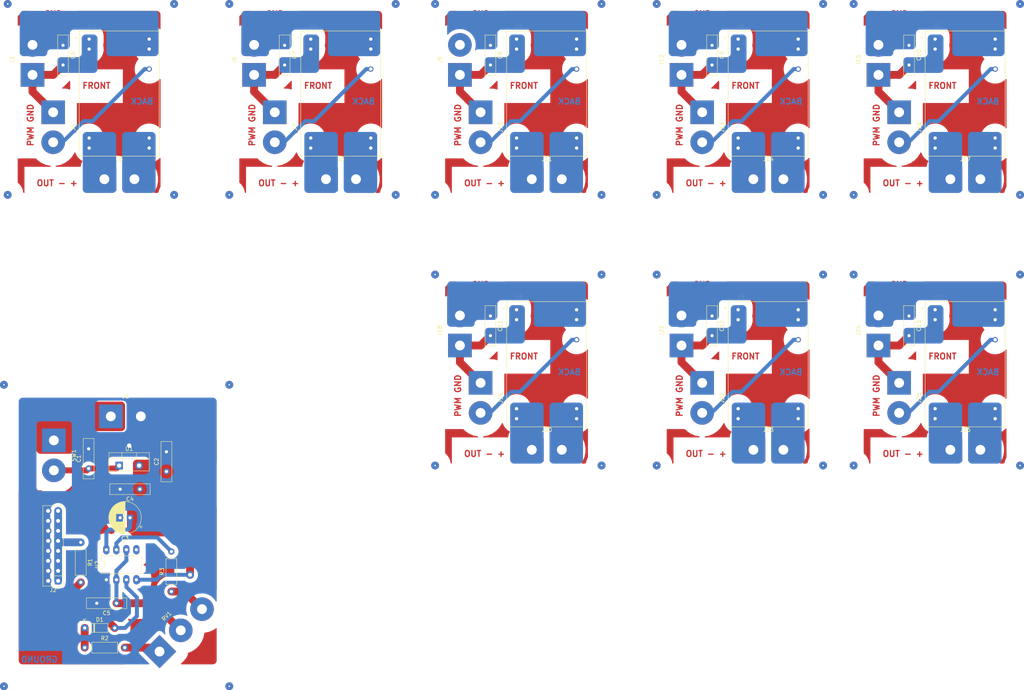
<source format=kicad_pcb>
(kicad_pcb (version 20171130) (host pcbnew 5.1.5-1.fc30)
  (layers (0 F.Cu signal) (31 B.Cu signal) (34 B.Paste user) (35 F.Paste user) (36 B.SilkS user) (37 F.SilkS user) (38 B.Mask user) (39 F.Mask user) (44 Edge.Cuts user))
  (net 0 "")
  (net 1 GND)
  (net 2 "Net-(C1-Pad1)")
  (net 3 +5V)
  (net 4 /PWM_tr)
  (net 5 "Net-(C6-Pad2)")
  (net 6 "Net-(C6-Pad1)")
  (net 7 "Net-(C7-Pad2)")
  (net 8 "Net-(C7-Pad1)")
  (net 9 "Net-(D1-Pad2)")
  (net 10 "Net-(D1-Pad1)")
  (net 11 +12V)
  (net 12 /pwm_out)
  (net 13 "Net-(J4-Pad2)")
  (net 14 "Net-(J5-Pad2)")
  (net 15 "Net-(J5-Pad1)")
  (net 16 "Net-(J7-Pad2)")
  (net 17 "Net-(J8-Pad2)")
  (net 18 "Net-(J8-Pad1)")
  (net 19 "Net-(R2-Pad2)")
  (net 20 /PWM_disch)
  (net 21 "Net-(R3-Pad1)")
  (net 22 "Net-(C8-Pad2)")
  (net 23 "Net-(C8-Pad1)")
  (net 24 "Net-(C9-Pad2)")
  (net 25 "Net-(C9-Pad1)")
  (net 26 "Net-(C10-Pad2)")
  (net 27 "Net-(C10-Pad1)")
  (net 28 "Net-(C11-Pad2)")
  (net 29 "Net-(C11-Pad1)")
  (net 30 "Net-(C12-Pad2)")
  (net 31 "Net-(C12-Pad1)")
  (net 32 "Net-(C13-Pad2)")
  (net 33 "Net-(C13-Pad1)")
  (net 34 "Net-(J10-Pad2)")
  (net 35 "Net-(J11-Pad2)")
  (net 36 "Net-(J11-Pad1)")
  (net 37 "Net-(J13-Pad2)")
  (net 38 "Net-(J14-Pad2)")
  (net 39 "Net-(J14-Pad1)")
  (net 40 "Net-(J16-Pad2)")
  (net 41 "Net-(J17-Pad2)")
  (net 42 "Net-(J17-Pad1)")
  (net 43 "Net-(J19-Pad2)")
  (net 44 "Net-(J20-Pad2)")
  (net 45 "Net-(J20-Pad1)")
  (net 46 "Net-(J22-Pad2)")
  (net 47 "Net-(J23-Pad2)")
  (net 48 "Net-(J23-Pad1)")
  (net 49 "Net-(J25-Pad2)")
  (net 50 "Net-(J26-Pad2)")
  (net 51 "Net-(J26-Pad1)")
  (module Capacitor_THT:C_Disc_D10.0mm_W2.5mm_P5.00mm (layer F.Cu) (at 251.75 96.25 270)
    (fp_text reference C13 (at 2.5 -2.5 90) (layer F.SilkS))
    (fp_text value 1u)
    (pad 2 thru_hole circle (at 5 0 270) (size 1.6 1.6) (drill 0.8) (layers *.Cu *.Mask) (net 32 "Net-(C13-Pad2)"))
    (pad 1 thru_hole circle (at 0 0 270) (size 1.6 1.6) (drill 0.8) (layers *.Cu *.Mask) (net 33 "Net-(C13-Pad1)"))
  )
  (module Capacitor_THT:C_Disc_D10.0mm_W2.5mm_P5.00mm (layer F.Cu) (at 145.5 96.25 270)
    (fp_text reference C11 (at 2.5 -2.5 90) (layer F.SilkS))
    (fp_text value 1u)
    (pad 2 thru_hole circle (at 5 0 270) (size 1.6 1.6) (drill 0.8) (layers *.Cu *.Mask) (net 28 "Net-(C11-Pad2)"))
    (pad 1 thru_hole circle (at 0 0 270) (size 1.6 1.6) (drill 0.8) (layers *.Cu *.Mask) (net 29 "Net-(C11-Pad1)"))
  )
  (module Connector_Wire:SolderWirePad_1x02_P7.62mm_Drill2.5mm (layer F.Cu) (at 143 113.25 270)
    (fp_text reference J19 (at 3.81 -5.08 90) (layer F.SilkS))
    (fp_text value Conn_01x02_Female)
    (pad 2 thru_hole circle (at 7.62 0 270) (size 5.99948 5.99948) (drill 2.49936) (layers *.Cu *.Mask) (net 43 "Net-(J19-Pad2)"))
    (pad 1 thru_hole rect (at 0 0 270) (size 5.99948 5.99948) (drill 2.49936) (layers *.Cu *.Mask) (net 28 "Net-(C11-Pad2)"))
  )
  (module Connector_Wire:SolderWirePad_1x02_P7.62mm_Drill2.5mm (layer F.Cu) (at 244 103.75 90)
    (fp_text reference J24 (at 3.81 -5.08 90) (layer F.SilkS))
    (fp_text value Conn_01x02_Female)
    (pad 2 thru_hole circle (at 7.62 0 90) (size 5.99948 5.99948) (drill 2.49936) (layers *.Cu *.Mask) (net 33 "Net-(C13-Pad1)"))
    (pad 1 thru_hole rect (at 0 0 90) (size 5.99948 5.99948) (drill 2.49936) (layers *.Cu *.Mask) (net 32 "Net-(C13-Pad2)"))
  )
  (module Connector_Wire:SolderWirePad_1x02_P7.62mm_Drill2.5mm (layer F.Cu) (at 194 103.75 90)
    (fp_text reference J21 (at 3.81 -5.08 90) (layer F.SilkS))
    (fp_text value Conn_01x02_Female)
    (pad 1 thru_hole rect (at 0 0 90) (size 5.99948 5.99948) (drill 2.49936) (layers *.Cu *.Mask) (net 30 "Net-(C12-Pad2)"))
    (pad 2 thru_hole circle (at 7.62 0 90) (size 5.99948 5.99948) (drill 2.49936) (layers *.Cu *.Mask) (net 31 "Net-(C12-Pad1)"))
  )
  (module Connector_Wire:SolderWirePad_1x02_P7.62mm_Drill2.5mm (layer F.Cu) (at 199.25 113.25 270)
    (fp_text reference J22 (at 3.81 -5.08 90) (layer F.SilkS))
    (fp_text value Conn_01x02_Female)
    (pad 1 thru_hole rect (at 0 0 270) (size 5.99948 5.99948) (drill 2.49936) (layers *.Cu *.Mask) (net 30 "Net-(C12-Pad2)"))
    (pad 2 thru_hole circle (at 7.62 0 270) (size 5.99948 5.99948) (drill 2.49936) (layers *.Cu *.Mask) (net 46 "Net-(J22-Pad2)"))
  )
  (module Connector_Wire:SolderWirePad_1x02_P7.62mm_Drill2.5mm (layer F.Cu) (at 156 130.25)
    (fp_text reference J20 (at 3.81 -5.08) (layer F.SilkS))
    (fp_text value Conn_01x02_Male)
    (pad 2 thru_hole circle (at 7.62 0) (size 5.99948 5.99948) (drill 2.49936) (layers *.Cu *.Mask) (net 44 "Net-(J20-Pad2)"))
    (pad 1 thru_hole rect (at 0 0) (size 5.99948 5.99948) (drill 2.49936) (layers *.Cu *.Mask) (net 45 "Net-(J20-Pad1)"))
  )
  (module Capacitor_THT:C_Disc_D10.0mm_W2.5mm_P5.00mm (layer F.Cu) (at 201.75 96.25 270)
    (fp_text reference C12 (at 2.5 -2.5 90) (layer F.SilkS))
    (fp_text value 1u)
    (pad 1 thru_hole circle (at 0 0 270) (size 1.6 1.6) (drill 0.8) (layers *.Cu *.Mask) (net 31 "Net-(C12-Pad1)"))
    (pad 2 thru_hole circle (at 5 0 270) (size 1.6 1.6) (drill 0.8) (layers *.Cu *.Mask) (net 30 "Net-(C12-Pad2)"))
  )
  (module MY_LIB:MEANWELL_LDB-350L (layer F.Cu) (at 216 108.5)
    (fp_text reference U9 (at -6.985 -17.145) (layer F.SilkS) (effects (font (thickness 0.015))))
    (fp_text value LDB600)
    (pad 1 thru_hole rect (at -7.62 -13.84) (size 1.358 1.358) (drill 0.85) (layers *.Cu *.Mask) (net 30 "Net-(C12-Pad2)"))
    (pad 24 thru_hole circle (at 7.62 -13.84) (size 1.358 1.358) (drill 0.85) (layers *.Cu *.Mask) (net 31 "Net-(C12-Pad1)"))
    (pad 2 thru_hole circle (at -7.62 -11.3) (size 1.358 1.358) (drill 0.85) (layers *.Cu *.Mask) (net 30 "Net-(C12-Pad2)"))
    (pad 23 thru_hole circle (at 7.62 -11.3) (size 1.358 1.358) (drill 0.85) (layers *.Cu *.Mask) (net 31 "Net-(C12-Pad1)"))
    (pad 11 thru_hole circle (at -7.62 11.3) (size 1.358 1.358) (drill 0.85) (layers *.Cu *.Mask) (net 48 "Net-(J23-Pad1)"))
    (pad 12 thru_hole circle (at -7.62 13.84) (size 1.358 1.358) (drill 0.85) (layers *.Cu *.Mask) (net 48 "Net-(J23-Pad1)"))
    (pad 14 thru_hole circle (at 7.62 11.3) (size 1.358 1.358) (drill 0.85) (layers *.Cu *.Mask) (net 47 "Net-(J23-Pad2)"))
    (pad 13 thru_hole circle (at 7.62 13.84) (size 1.358 1.358) (drill 0.85) (layers *.Cu *.Mask) (net 47 "Net-(J23-Pad2)"))
    (pad 21 thru_hole circle (at 7.62 -6.22) (size 1.358 1.358) (drill 0.85) (layers *.Cu *.Mask) (net 46 "Net-(J22-Pad2)"))
  )
  (module Connector_Wire:SolderWirePad_1x02_P7.62mm_Drill2.5mm (layer F.Cu) (at 249.25 113.25 270)
    (fp_text reference J25 (at 3.81 -5.08 90) (layer F.SilkS))
    (fp_text value Conn_01x02_Female)
    (pad 2 thru_hole circle (at 7.62 0 270) (size 5.99948 5.99948) (drill 2.49936) (layers *.Cu *.Mask) (net 49 "Net-(J25-Pad2)"))
    (pad 1 thru_hole rect (at 0 0 270) (size 5.99948 5.99948) (drill 2.49936) (layers *.Cu *.Mask) (net 32 "Net-(C13-Pad2)"))
  )
  (module Connector_Wire:SolderWirePad_1x02_P7.62mm_Drill2.5mm (layer F.Cu) (at 212.25 130.25)
    (fp_text reference J23 (at 3.81 -5.08) (layer F.SilkS))
    (fp_text value Conn_01x02_Male)
    (pad 1 thru_hole rect (at 0 0) (size 5.99948 5.99948) (drill 2.49936) (layers *.Cu *.Mask) (net 48 "Net-(J23-Pad1)"))
    (pad 2 thru_hole circle (at 7.62 0) (size 5.99948 5.99948) (drill 2.49936) (layers *.Cu *.Mask) (net 47 "Net-(J23-Pad2)"))
  )
  (module MY_LIB:MEANWELL_LDB-350L (layer F.Cu) (at 159.75 108.5)
    (fp_text reference U8 (at -6.985 -17.145) (layer F.SilkS) (effects (font (thickness 0.015))))
    (fp_text value LDB600)
    (pad 21 thru_hole circle (at 7.62 -6.22) (size 1.358 1.358) (drill 0.85) (layers *.Cu *.Mask) (net 43 "Net-(J19-Pad2)"))
    (pad 13 thru_hole circle (at 7.62 13.84) (size 1.358 1.358) (drill 0.85) (layers *.Cu *.Mask) (net 44 "Net-(J20-Pad2)"))
    (pad 14 thru_hole circle (at 7.62 11.3) (size 1.358 1.358) (drill 0.85) (layers *.Cu *.Mask) (net 44 "Net-(J20-Pad2)"))
    (pad 12 thru_hole circle (at -7.62 13.84) (size 1.358 1.358) (drill 0.85) (layers *.Cu *.Mask) (net 45 "Net-(J20-Pad1)"))
    (pad 11 thru_hole circle (at -7.62 11.3) (size 1.358 1.358) (drill 0.85) (layers *.Cu *.Mask) (net 45 "Net-(J20-Pad1)"))
    (pad 23 thru_hole circle (at 7.62 -11.3) (size 1.358 1.358) (drill 0.85) (layers *.Cu *.Mask) (net 29 "Net-(C11-Pad1)"))
    (pad 2 thru_hole circle (at -7.62 -11.3) (size 1.358 1.358) (drill 0.85) (layers *.Cu *.Mask) (net 28 "Net-(C11-Pad2)"))
    (pad 24 thru_hole circle (at 7.62 -13.84) (size 1.358 1.358) (drill 0.85) (layers *.Cu *.Mask) (net 29 "Net-(C11-Pad1)"))
    (pad 1 thru_hole rect (at -7.62 -13.84) (size 1.358 1.358) (drill 0.85) (layers *.Cu *.Mask) (net 28 "Net-(C11-Pad2)"))
  )
  (module Connector_Wire:SolderWirePad_1x02_P7.62mm_Drill2.5mm (layer F.Cu) (at 137.75 103.75 90)
    (fp_text reference J18 (at 3.81 -5.08 90) (layer F.SilkS))
    (fp_text value Conn_01x02_Female)
    (pad 2 thru_hole circle (at 7.62 0 90) (size 5.99948 5.99948) (drill 2.49936) (layers *.Cu *.Mask) (net 29 "Net-(C11-Pad1)"))
    (pad 1 thru_hole rect (at 0 0 90) (size 5.99948 5.99948) (drill 2.49936) (layers *.Cu *.Mask) (net 28 "Net-(C11-Pad2)"))
  )
  (module Connector_Wire:SolderWirePad_1x02_P7.62mm_Drill2.5mm (layer F.Cu) (at 262.25 130.25)
    (fp_text reference J26 (at 3.81 -5.08) (layer F.SilkS))
    (fp_text value Conn_01x02_Male)
    (pad 2 thru_hole circle (at 7.62 0) (size 5.99948 5.99948) (drill 2.49936) (layers *.Cu *.Mask) (net 50 "Net-(J26-Pad2)"))
    (pad 1 thru_hole rect (at 0 0) (size 5.99948 5.99948) (drill 2.49936) (layers *.Cu *.Mask) (net 51 "Net-(J26-Pad1)"))
  )
  (module MY_LIB:MEANWELL_LDB-350L (layer F.Cu) (at 266 108.5)
    (fp_text reference U10 (at -6.985 -17.145) (layer F.SilkS) (effects (font (thickness 0.015))))
    (fp_text value LDB600)
    (pad 21 thru_hole circle (at 7.62 -6.22) (size 1.358 1.358) (drill 0.85) (layers *.Cu *.Mask) (net 49 "Net-(J25-Pad2)"))
    (pad 13 thru_hole circle (at 7.62 13.84) (size 1.358 1.358) (drill 0.85) (layers *.Cu *.Mask) (net 50 "Net-(J26-Pad2)"))
    (pad 14 thru_hole circle (at 7.62 11.3) (size 1.358 1.358) (drill 0.85) (layers *.Cu *.Mask) (net 50 "Net-(J26-Pad2)"))
    (pad 12 thru_hole circle (at -7.62 13.84) (size 1.358 1.358) (drill 0.85) (layers *.Cu *.Mask) (net 51 "Net-(J26-Pad1)"))
    (pad 11 thru_hole circle (at -7.62 11.3) (size 1.358 1.358) (drill 0.85) (layers *.Cu *.Mask) (net 51 "Net-(J26-Pad1)"))
    (pad 23 thru_hole circle (at 7.62 -11.3) (size 1.358 1.358) (drill 0.85) (layers *.Cu *.Mask) (net 33 "Net-(C13-Pad1)"))
    (pad 2 thru_hole circle (at -7.62 -11.3) (size 1.358 1.358) (drill 0.85) (layers *.Cu *.Mask) (net 32 "Net-(C13-Pad2)"))
    (pad 24 thru_hole circle (at 7.62 -13.84) (size 1.358 1.358) (drill 0.85) (layers *.Cu *.Mask) (net 33 "Net-(C13-Pad1)"))
    (pad 1 thru_hole rect (at -7.62 -13.84) (size 1.358 1.358) (drill 0.85) (layers *.Cu *.Mask) (net 32 "Net-(C13-Pad2)"))
  )
  (module Connector_Wire:SolderWirePad_1x02_P7.62mm_Drill2.5mm (layer F.Cu) (at 244 35 90)
    (fp_text reference J15 (at 3.81 -5.08 90) (layer F.SilkS))
    (fp_text value Conn_01x02_Female)
    (pad 1 thru_hole rect (at 0 0 90) (size 5.99948 5.99948) (drill 2.49936) (layers *.Cu *.Mask) (net 26 "Net-(C10-Pad2)"))
    (pad 2 thru_hole circle (at 7.62 0 90) (size 5.99948 5.99948) (drill 2.49936) (layers *.Cu *.Mask) (net 27 "Net-(C10-Pad1)"))
  )
  (module Connector_Wire:SolderWirePad_1x02_P7.62mm_Drill2.5mm (layer F.Cu) (at 249.25 44.5 270)
    (fp_text reference J16 (at 3.81 -5.08 90) (layer F.SilkS))
    (fp_text value Conn_01x02_Female)
    (pad 1 thru_hole rect (at 0 0 270) (size 5.99948 5.99948) (drill 2.49936) (layers *.Cu *.Mask) (net 26 "Net-(C10-Pad2)"))
    (pad 2 thru_hole circle (at 7.62 0 270) (size 5.99948 5.99948) (drill 2.49936) (layers *.Cu *.Mask) (net 40 "Net-(J16-Pad2)"))
  )
  (module Capacitor_THT:C_Disc_D10.0mm_W2.5mm_P5.00mm (layer F.Cu) (at 251.75 27.5 270)
    (fp_text reference C10 (at 2.5 -2.5 90) (layer F.SilkS))
    (fp_text value 1u)
    (pad 1 thru_hole circle (at 0 0 270) (size 1.6 1.6) (drill 0.8) (layers *.Cu *.Mask) (net 27 "Net-(C10-Pad1)"))
    (pad 2 thru_hole circle (at 5 0 270) (size 1.6 1.6) (drill 0.8) (layers *.Cu *.Mask) (net 26 "Net-(C10-Pad2)"))
  )
  (module MY_LIB:MEANWELL_LDB-350L (layer F.Cu) (at 266 39.75)
    (fp_text reference U7 (at -6.985 -17.145) (layer F.SilkS) (effects (font (thickness 0.015))))
    (fp_text value LDB600)
    (pad 1 thru_hole rect (at -7.62 -13.84) (size 1.358 1.358) (drill 0.85) (layers *.Cu *.Mask) (net 26 "Net-(C10-Pad2)"))
    (pad 24 thru_hole circle (at 7.62 -13.84) (size 1.358 1.358) (drill 0.85) (layers *.Cu *.Mask) (net 27 "Net-(C10-Pad1)"))
    (pad 2 thru_hole circle (at -7.62 -11.3) (size 1.358 1.358) (drill 0.85) (layers *.Cu *.Mask) (net 26 "Net-(C10-Pad2)"))
    (pad 23 thru_hole circle (at 7.62 -11.3) (size 1.358 1.358) (drill 0.85) (layers *.Cu *.Mask) (net 27 "Net-(C10-Pad1)"))
    (pad 11 thru_hole circle (at -7.62 11.3) (size 1.358 1.358) (drill 0.85) (layers *.Cu *.Mask) (net 42 "Net-(J17-Pad1)"))
    (pad 12 thru_hole circle (at -7.62 13.84) (size 1.358 1.358) (drill 0.85) (layers *.Cu *.Mask) (net 42 "Net-(J17-Pad1)"))
    (pad 14 thru_hole circle (at 7.62 11.3) (size 1.358 1.358) (drill 0.85) (layers *.Cu *.Mask) (net 41 "Net-(J17-Pad2)"))
    (pad 13 thru_hole circle (at 7.62 13.84) (size 1.358 1.358) (drill 0.85) (layers *.Cu *.Mask) (net 41 "Net-(J17-Pad2)"))
    (pad 21 thru_hole circle (at 7.62 -6.22) (size 1.358 1.358) (drill 0.85) (layers *.Cu *.Mask) (net 40 "Net-(J16-Pad2)"))
  )
  (module Connector_Wire:SolderWirePad_1x02_P7.62mm_Drill2.5mm (layer F.Cu) (at 262.25 61.5)
    (fp_text reference J17 (at 3.81 -5.08) (layer F.SilkS))
    (fp_text value Conn_01x02_Male)
    (pad 1 thru_hole rect (at 0 0) (size 5.99948 5.99948) (drill 2.49936) (layers *.Cu *.Mask) (net 42 "Net-(J17-Pad1)"))
    (pad 2 thru_hole circle (at 7.62 0) (size 5.99948 5.99948) (drill 2.49936) (layers *.Cu *.Mask) (net 41 "Net-(J17-Pad2)"))
  )
  (module Connector_Wire:SolderWirePad_1x02_P7.62mm_Drill2.5mm (layer F.Cu) (at 194 35 90)
    (fp_text reference J12 (at 3.81 -5.08 90) (layer F.SilkS))
    (fp_text value Conn_01x02_Female)
    (pad 2 thru_hole circle (at 7.62 0 90) (size 5.99948 5.99948) (drill 2.49936) (layers *.Cu *.Mask) (net 25 "Net-(C9-Pad1)"))
    (pad 1 thru_hole rect (at 0 0 90) (size 5.99948 5.99948) (drill 2.49936) (layers *.Cu *.Mask) (net 24 "Net-(C9-Pad2)"))
  )
  (module Connector_Wire:SolderWirePad_1x02_P7.62mm_Drill2.5mm (layer F.Cu) (at 212.25 61.5)
    (fp_text reference J14 (at 3.81 -5.08) (layer F.SilkS))
    (fp_text value Conn_01x02_Male)
    (pad 2 thru_hole circle (at 7.62 0) (size 5.99948 5.99948) (drill 2.49936) (layers *.Cu *.Mask) (net 38 "Net-(J14-Pad2)"))
    (pad 1 thru_hole rect (at 0 0) (size 5.99948 5.99948) (drill 2.49936) (layers *.Cu *.Mask) (net 39 "Net-(J14-Pad1)"))
  )
  (module Connector_Wire:SolderWirePad_1x02_P7.62mm_Drill2.5mm (layer F.Cu) (at 199.25 44.5 270)
    (fp_text reference J13 (at 3.81 -5.08 90) (layer F.SilkS))
    (fp_text value Conn_01x02_Female)
    (pad 2 thru_hole circle (at 7.62 0 270) (size 5.99948 5.99948) (drill 2.49936) (layers *.Cu *.Mask) (net 37 "Net-(J13-Pad2)"))
    (pad 1 thru_hole rect (at 0 0 270) (size 5.99948 5.99948) (drill 2.49936) (layers *.Cu *.Mask) (net 24 "Net-(C9-Pad2)"))
  )
  (module MY_LIB:MEANWELL_LDB-350L (layer F.Cu) (at 216 39.75)
    (fp_text reference U6 (at -6.985 -17.145) (layer F.SilkS) (effects (font (thickness 0.015))))
    (fp_text value LDB600)
    (pad 21 thru_hole circle (at 7.62 -6.22) (size 1.358 1.358) (drill 0.85) (layers *.Cu *.Mask) (net 37 "Net-(J13-Pad2)"))
    (pad 13 thru_hole circle (at 7.62 13.84) (size 1.358 1.358) (drill 0.85) (layers *.Cu *.Mask) (net 38 "Net-(J14-Pad2)"))
    (pad 14 thru_hole circle (at 7.62 11.3) (size 1.358 1.358) (drill 0.85) (layers *.Cu *.Mask) (net 38 "Net-(J14-Pad2)"))
    (pad 12 thru_hole circle (at -7.62 13.84) (size 1.358 1.358) (drill 0.85) (layers *.Cu *.Mask) (net 39 "Net-(J14-Pad1)"))
    (pad 11 thru_hole circle (at -7.62 11.3) (size 1.358 1.358) (drill 0.85) (layers *.Cu *.Mask) (net 39 "Net-(J14-Pad1)"))
    (pad 23 thru_hole circle (at 7.62 -11.3) (size 1.358 1.358) (drill 0.85) (layers *.Cu *.Mask) (net 25 "Net-(C9-Pad1)"))
    (pad 2 thru_hole circle (at -7.62 -11.3) (size 1.358 1.358) (drill 0.85) (layers *.Cu *.Mask) (net 24 "Net-(C9-Pad2)"))
    (pad 24 thru_hole circle (at 7.62 -13.84) (size 1.358 1.358) (drill 0.85) (layers *.Cu *.Mask) (net 25 "Net-(C9-Pad1)"))
    (pad 1 thru_hole rect (at -7.62 -13.84) (size 1.358 1.358) (drill 0.85) (layers *.Cu *.Mask) (net 24 "Net-(C9-Pad2)"))
  )
  (module Capacitor_THT:C_Disc_D10.0mm_W2.5mm_P5.00mm (layer F.Cu) (at 201.75 27.5 270)
    (fp_text reference C9 (at 2.5 -2.5 90) (layer F.SilkS))
    (fp_text value 1u)
    (pad 2 thru_hole circle (at 5 0 270) (size 1.6 1.6) (drill 0.8) (layers *.Cu *.Mask) (net 24 "Net-(C9-Pad2)"))
    (pad 1 thru_hole circle (at 0 0 270) (size 1.6 1.6) (drill 0.8) (layers *.Cu *.Mask) (net 25 "Net-(C9-Pad1)"))
  )
  (module Connector_Wire:SolderWirePad_1x02_P7.62mm_Drill2.5mm (layer F.Cu) (at 137.75 35 90)
    (fp_text reference J9 (at 3.81 -5.08 90) (layer F.SilkS))
    (fp_text value Conn_01x02_Female)
    (pad 1 thru_hole rect (at 0 0 90) (size 5.99948 5.99948) (drill 2.49936) (layers *.Cu *.Mask) (net 22 "Net-(C8-Pad2)"))
    (pad 2 thru_hole circle (at 7.62 0 90) (size 5.99948 5.99948) (drill 2.49936) (layers *.Cu *.Mask))
  )
  (module Connector_Wire:SolderWirePad_1x02_P7.62mm_Drill2.5mm (layer F.Cu) (at 143 44.5 270)
    (fp_text reference J10 (at 3.81 -5.08 90) (layer F.SilkS))
    (fp_text value Conn_01x02_Female)
    (pad 1 thru_hole rect (at 0 0 270) (size 5.99948 5.99948) (drill 2.49936) (layers *.Cu *.Mask) (net 22 "Net-(C8-Pad2)"))
    (pad 2 thru_hole circle (at 7.62 0 270) (size 5.99948 5.99948) (drill 2.49936) (layers *.Cu *.Mask) (net 34 "Net-(J10-Pad2)"))
  )
  (module Capacitor_THT:C_Disc_D10.0mm_W2.5mm_P5.00mm (layer F.Cu) (at 145.5 27.5 270)
    (fp_text reference C8 (at 2.5 -2.5 90) (layer F.SilkS))
    (fp_text value 1u)
    (pad 1 thru_hole circle (at 0 0 270) (size 1.6 1.6) (drill 0.8) (layers *.Cu *.Mask) (net 23 "Net-(C8-Pad1)"))
    (pad 2 thru_hole circle (at 5 0 270) (size 1.6 1.6) (drill 0.8) (layers *.Cu *.Mask) (net 22 "Net-(C8-Pad2)"))
  )
  (module Connector_Wire:SolderWirePad_1x02_P7.62mm_Drill2.5mm (layer F.Cu) (at 156 61.5)
    (fp_text reference J11 (at 3.81 -5.08) (layer F.SilkS))
    (fp_text value Conn_01x02_Male)
    (pad 1 thru_hole rect (at 0 0) (size 5.99948 5.99948) (drill 2.49936) (layers *.Cu *.Mask) (net 36 "Net-(J11-Pad1)"))
    (pad 2 thru_hole circle (at 7.62 0) (size 5.99948 5.99948) (drill 2.49936) (layers *.Cu *.Mask) (net 35 "Net-(J11-Pad2)"))
  )
  (module MY_LIB:MEANWELL_LDB-350L (layer F.Cu) (at 159.75 39.75)
    (fp_text reference U5 (at -6.985 -17.145) (layer F.SilkS) (effects (font (thickness 0.015))))
    (fp_text value LDB600)
    (pad 1 thru_hole rect (at -7.62 -13.84) (size 1.358 1.358) (drill 0.85) (layers *.Cu *.Mask) (net 22 "Net-(C8-Pad2)"))
    (pad 24 thru_hole circle (at 7.62 -13.84) (size 1.358 1.358) (drill 0.85) (layers *.Cu *.Mask) (net 23 "Net-(C8-Pad1)"))
    (pad 2 thru_hole circle (at -7.62 -11.3) (size 1.358 1.358) (drill 0.85) (layers *.Cu *.Mask) (net 22 "Net-(C8-Pad2)"))
    (pad 23 thru_hole circle (at 7.62 -11.3) (size 1.358 1.358) (drill 0.85) (layers *.Cu *.Mask) (net 23 "Net-(C8-Pad1)"))
    (pad 11 thru_hole circle (at -7.62 11.3) (size 1.358 1.358) (drill 0.85) (layers *.Cu *.Mask) (net 36 "Net-(J11-Pad1)"))
    (pad 12 thru_hole circle (at -7.62 13.84) (size 1.358 1.358) (drill 0.85) (layers *.Cu *.Mask) (net 36 "Net-(J11-Pad1)"))
    (pad 14 thru_hole circle (at 7.62 11.3) (size 1.358 1.358) (drill 0.85) (layers *.Cu *.Mask) (net 35 "Net-(J11-Pad2)"))
    (pad 13 thru_hole circle (at 7.62 13.84) (size 1.358 1.358) (drill 0.85) (layers *.Cu *.Mask) (net 35 "Net-(J11-Pad2)"))
    (pad 21 thru_hole circle (at 7.62 -6.22) (size 1.358 1.358) (drill 0.85) (layers *.Cu *.Mask) (net 34 "Net-(J10-Pad2)"))
  )
  (module Connector_Wire:SolderWirePad_1x02_P7.62mm_Drill2.5mm (layer F.Cu) (at 85.5 35 90)
    (fp_text reference J6 (at 3.81 -5.08 90) (layer F.SilkS))
    (fp_text value Conn_01x02_Female)
    (pad 1 thru_hole rect (at 0 0 90) (size 5.99948 5.99948) (drill 2.49936) (layers *.Cu *.Mask) (net 7 "Net-(C7-Pad2)"))
    (pad 2 thru_hole circle (at 7.62 0 90) (size 5.99948 5.99948) (drill 2.49936) (layers *.Cu *.Mask) (net 8 "Net-(C7-Pad1)"))
  )
  (module Connector_Wire:SolderWirePad_1x02_P7.62mm_Drill2.5mm (layer F.Cu) (at 90.75 44.5 270)
    (fp_text reference J7 (at 3.81 -5.08 90) (layer F.SilkS))
    (fp_text value Conn_01x02_Female)
    (pad 1 thru_hole rect (at 0 0 270) (size 5.99948 5.99948) (drill 2.49936) (layers *.Cu *.Mask) (net 7 "Net-(C7-Pad2)"))
    (pad 2 thru_hole circle (at 7.62 0 270) (size 5.99948 5.99948) (drill 2.49936) (layers *.Cu *.Mask) (net 16 "Net-(J7-Pad2)"))
  )
  (module Capacitor_THT:C_Disc_D10.0mm_W2.5mm_P5.00mm (layer F.Cu) (at 93.25 27.5 270)
    (fp_text reference C7 (at 2.5 -2.5 90) (layer F.SilkS))
    (fp_text value 1u)
    (pad 1 thru_hole circle (at 0 0 270) (size 1.6 1.6) (drill 0.8) (layers *.Cu *.Mask) (net 8 "Net-(C7-Pad1)"))
    (pad 2 thru_hole circle (at 5 0 270) (size 1.6 1.6) (drill 0.8) (layers *.Cu *.Mask) (net 7 "Net-(C7-Pad2)"))
  )
  (module Connector_Wire:SolderWirePad_1x02_P7.62mm_Drill2.5mm (layer F.Cu) (at 103.75 61.5)
    (fp_text reference J8 (at 3.81 -5.08) (layer F.SilkS))
    (fp_text value Conn_01x02_Male)
    (pad 1 thru_hole rect (at 0 0) (size 5.99948 5.99948) (drill 2.49936) (layers *.Cu *.Mask) (net 18 "Net-(J8-Pad1)"))
    (pad 2 thru_hole circle (at 7.62 0) (size 5.99948 5.99948) (drill 2.49936) (layers *.Cu *.Mask) (net 17 "Net-(J8-Pad2)"))
  )
  (module MY_LIB:MEANWELL_LDB-350L (layer F.Cu) (at 107.5 39.75)
    (fp_text reference U4 (at -6.985 -17.145) (layer F.SilkS) (effects (font (thickness 0.015))))
    (fp_text value LDB600)
    (pad 1 thru_hole rect (at -7.62 -13.84) (size 1.358 1.358) (drill 0.85) (layers *.Cu *.Mask) (net 7 "Net-(C7-Pad2)"))
    (pad 24 thru_hole circle (at 7.62 -13.84) (size 1.358 1.358) (drill 0.85) (layers *.Cu *.Mask) (net 8 "Net-(C7-Pad1)"))
    (pad 2 thru_hole circle (at -7.62 -11.3) (size 1.358 1.358) (drill 0.85) (layers *.Cu *.Mask) (net 7 "Net-(C7-Pad2)"))
    (pad 23 thru_hole circle (at 7.62 -11.3) (size 1.358 1.358) (drill 0.85) (layers *.Cu *.Mask) (net 8 "Net-(C7-Pad1)"))
    (pad 11 thru_hole circle (at -7.62 11.3) (size 1.358 1.358) (drill 0.85) (layers *.Cu *.Mask) (net 18 "Net-(J8-Pad1)"))
    (pad 12 thru_hole circle (at -7.62 13.84) (size 1.358 1.358) (drill 0.85) (layers *.Cu *.Mask) (net 18 "Net-(J8-Pad1)"))
    (pad 14 thru_hole circle (at 7.62 11.3) (size 1.358 1.358) (drill 0.85) (layers *.Cu *.Mask) (net 17 "Net-(J8-Pad2)"))
    (pad 13 thru_hole circle (at 7.62 13.84) (size 1.358 1.358) (drill 0.85) (layers *.Cu *.Mask) (net 17 "Net-(J8-Pad2)"))
    (pad 21 thru_hole circle (at 7.62 -6.22) (size 1.358 1.358) (drill 0.85) (layers *.Cu *.Mask) (net 16 "Net-(J7-Pad2)"))
  )
  (module Connector_Wire:SolderWirePad_1x03_P7.62mm_Drill2.5mm (layer F.Cu) (at 61.5 181.5 45)
    (fp_text reference RV1 (at 7.62 -5.08 45) (layer F.SilkS))
    (fp_text value 100k)
    (pad 3 thru_hole circle (at 15.24 0 45) (size 5.99948 5.99948) (drill 2.49936) (layers *.Cu *.Mask) (net 21 "Net-(R3-Pad1)"))
    (pad 2 thru_hole circle (at 7.62 0 45) (size 5.99948 5.99948) (drill 2.49936) (layers *.Cu *.Mask) (net 4 /PWM_tr))
    (pad 1 thru_hole rect (at 0 0 45) (size 5.99948 5.99948) (drill 2.49936) (layers *.Cu *.Mask) (net 19 "Net-(R2-Pad2)"))
  )
  (module MY_LIB:TO-220-3_Vertical-mod2 (layer F.Cu) (at 51.25 134.25)
    (fp_text reference U1 (at 2.54 -4.27) (layer F.SilkS))
    (fp_text value L7805)
    (pad 3 thru_hole oval (at 5.08 0) (size 1.905 2) (drill 1.1) (layers *.Cu *.Mask) (net 3 +5V))
    (pad 2 thru_hole oval (at 2.54 -5.08) (size 1.905 2) (drill 1.1) (layers *.Cu *.Mask) (net 1 GND))
    (pad 1 thru_hole rect (at 0 0) (size 1.905 2) (drill 1.1) (layers *.Cu *.Mask) (net 2 "Net-(C1-Pad1)"))
  )
  (module Connector_PinHeader_2.54mm:PinHeader_2x08_P2.54mm_Vertical (layer F.Cu) (at 35.75 163.54 180)
    (fp_text reference J2 (at 1.27 -2.33) (layer F.SilkS))
    (fp_text value Conn_02x08_Odd_Even)
    (pad 16 thru_hole oval (at 2.54 17.78 180) (size 1.7 1.7) (drill 1) (layers *.Cu *.Mask) (net 1 GND))
    (pad 15 thru_hole oval (at 0 17.78 180) (size 1.7 1.7) (drill 1) (layers *.Cu *.Mask) (net 12 /pwm_out))
    (pad 14 thru_hole oval (at 2.54 15.24 180) (size 1.7 1.7) (drill 1) (layers *.Cu *.Mask) (net 1 GND))
    (pad 13 thru_hole oval (at 0 15.24 180) (size 1.7 1.7) (drill 1) (layers *.Cu *.Mask) (net 12 /pwm_out))
    (pad 12 thru_hole oval (at 2.54 12.7 180) (size 1.7 1.7) (drill 1) (layers *.Cu *.Mask) (net 1 GND))
    (pad 11 thru_hole oval (at 0 12.7 180) (size 1.7 1.7) (drill 1) (layers *.Cu *.Mask) (net 12 /pwm_out))
    (pad 10 thru_hole oval (at 2.54 10.16 180) (size 1.7 1.7) (drill 1) (layers *.Cu *.Mask) (net 1 GND))
    (pad 9 thru_hole oval (at 0 10.16 180) (size 1.7 1.7) (drill 1) (layers *.Cu *.Mask) (net 12 /pwm_out))
    (pad 8 thru_hole oval (at 2.54 7.62 180) (size 1.7 1.7) (drill 1) (layers *.Cu *.Mask) (net 1 GND))
    (pad 7 thru_hole oval (at 0 7.62 180) (size 1.7 1.7) (drill 1) (layers *.Cu *.Mask) (net 12 /pwm_out))
    (pad 6 thru_hole oval (at 2.54 5.08 180) (size 1.7 1.7) (drill 1) (layers *.Cu *.Mask) (net 1 GND))
    (pad 5 thru_hole oval (at 0 5.08 180) (size 1.7 1.7) (drill 1) (layers *.Cu *.Mask) (net 12 /pwm_out))
    (pad 4 thru_hole oval (at 2.54 2.54 180) (size 1.7 1.7) (drill 1) (layers *.Cu *.Mask) (net 1 GND))
    (pad 3 thru_hole oval (at 0 2.54 180) (size 1.7 1.7) (drill 1) (layers *.Cu *.Mask) (net 12 /pwm_out))
    (pad 2 thru_hole oval (at 2.54 0 180) (size 1.7 1.7) (drill 1) (layers *.Cu *.Mask) (net 1 GND))
    (pad 1 thru_hole rect (at 0 0 180) (size 1.7 1.7) (drill 1) (layers *.Cu *.Mask) (net 12 /pwm_out))
  )
  (module MY_LIB:MEANWELL_LDB-350L (layer F.Cu) (at 51.25 39.75)
    (fp_text reference U3 (at -6.985 -17.145) (layer F.SilkS) (effects (font (thickness 0.015))))
    (fp_text value LDB600)
    (pad 21 thru_hole circle (at 7.62 -6.22) (size 1.358 1.358) (drill 0.85) (layers *.Cu *.Mask) (net 13 "Net-(J4-Pad2)"))
    (pad 13 thru_hole circle (at 7.62 13.84) (size 1.358 1.358) (drill 0.85) (layers *.Cu *.Mask) (net 14 "Net-(J5-Pad2)"))
    (pad 14 thru_hole circle (at 7.62 11.3) (size 1.358 1.358) (drill 0.85) (layers *.Cu *.Mask) (net 14 "Net-(J5-Pad2)"))
    (pad 12 thru_hole circle (at -7.62 13.84) (size 1.358 1.358) (drill 0.85) (layers *.Cu *.Mask) (net 15 "Net-(J5-Pad1)"))
    (pad 11 thru_hole circle (at -7.62 11.3) (size 1.358 1.358) (drill 0.85) (layers *.Cu *.Mask) (net 15 "Net-(J5-Pad1)"))
    (pad 23 thru_hole circle (at 7.62 -11.3) (size 1.358 1.358) (drill 0.85) (layers *.Cu *.Mask) (net 6 "Net-(C6-Pad1)"))
    (pad 2 thru_hole circle (at -7.62 -11.3) (size 1.358 1.358) (drill 0.85) (layers *.Cu *.Mask) (net 5 "Net-(C6-Pad2)"))
    (pad 24 thru_hole circle (at 7.62 -13.84) (size 1.358 1.358) (drill 0.85) (layers *.Cu *.Mask) (net 6 "Net-(C6-Pad1)"))
    (pad 1 thru_hole rect (at -7.62 -13.84) (size 1.358 1.358) (drill 0.85) (layers *.Cu *.Mask) (net 5 "Net-(C6-Pad2)"))
  )
  (module Package_DIP:DIP-8_W7.62mm_LongPads (layer F.Cu) (at 48 163.25 90)
    (fp_text reference U2 (at 3.81 -2.33 90) (layer F.SilkS))
    (fp_text value TLC555CPS)
    (pad 8 thru_hole oval (at 7.62 0 90) (size 2.4 1.6) (drill 0.8) (layers *.Cu *.Mask) (net 3 +5V))
    (pad 4 thru_hole oval (at 0 7.62 90) (size 2.4 1.6) (drill 0.8) (layers *.Cu *.Mask) (net 3 +5V))
    (pad 7 thru_hole oval (at 7.62 2.54 90) (size 2.4 1.6) (drill 0.8) (layers *.Cu *.Mask) (net 20 /PWM_disch))
    (pad 3 thru_hole oval (at 0 5.08 90) (size 2.4 1.6) (drill 0.8) (layers *.Cu *.Mask) (net 9 "Net-(D1-Pad2)"))
    (pad 6 thru_hole oval (at 7.62 5.08 90) (size 2.4 1.6) (drill 0.8) (layers *.Cu *.Mask) (net 4 /PWM_tr))
    (pad 2 thru_hole oval (at 0 2.54 90) (size 2.4 1.6) (drill 0.8) (layers *.Cu *.Mask) (net 4 /PWM_tr))
    (pad 5 thru_hole oval (at 7.62 7.62 90) (size 2.4 1.6) (drill 0.8) (layers *.Cu *.Mask))
    (pad 1 thru_hole rect (at 0 0 90) (size 2.4 1.6) (drill 0.8) (layers *.Cu *.Mask) (net 1 GND))
  )
  (module Connector_Wire:SolderWirePad_1x02_P7.62mm_Drill2.5mm (layer F.Cu) (at 34.668613 127.846409 270)
    (fp_text reference SW1 (at 3.81 -5.08 90) (layer F.SilkS))
    (fp_text value SW_SPST)
    (pad 2 thru_hole circle (at 7.62 0 270) (size 5.99948 5.99948) (drill 2.49936) (layers *.Cu *.Mask) (net 2 "Net-(C1-Pad1)"))
    (pad 1 thru_hole rect (at 0 0 270) (size 5.99948 5.99948) (drill 2.49936) (layers *.Cu *.Mask) (net 11 +12V))
  )
  (module Resistor_THT:R_Axial_DIN0207_L6.3mm_D2.5mm_P10.16mm_Horizontal (layer F.Cu) (at 64.5 166.25 90)
    (fp_text reference R3 (at 5.08 -2.37 90) (layer F.SilkS))
    (fp_text value 1k)
    (pad 2 thru_hole oval (at 10.16 0 90) (size 1.6 1.6) (drill 0.8) (layers *.Cu *.Mask) (net 20 /PWM_disch))
    (pad 1 thru_hole circle (at 0 0 90) (size 1.6 1.6) (drill 0.8) (layers *.Cu *.Mask) (net 21 "Net-(R3-Pad1)"))
  )
  (module Resistor_THT:R_Axial_DIN0207_L6.3mm_D2.5mm_P10.16mm_Horizontal (layer F.Cu) (at 42.5 180.5)
    (fp_text reference R2 (at 5.08 -2.37) (layer F.SilkS))
    (fp_text value 1k)
    (pad 2 thru_hole oval (at 10.16 0) (size 1.6 1.6) (drill 0.8) (layers *.Cu *.Mask) (net 19 "Net-(R2-Pad2)"))
    (pad 1 thru_hole circle (at 0 0) (size 1.6 1.6) (drill 0.8) (layers *.Cu *.Mask) (net 10 "Net-(D1-Pad1)"))
  )
  (module Resistor_THT:R_Axial_DIN0207_L6.3mm_D2.5mm_P10.16mm_Horizontal (layer F.Cu) (at 41.5 153.75 270)
    (fp_text reference R1 (at 5.08 -2.37 90) (layer F.SilkS))
    (fp_text value 100)
    (pad 2 thru_hole oval (at 10.16 0 270) (size 1.6 1.6) (drill 0.8) (layers *.Cu *.Mask) (net 9 "Net-(D1-Pad2)"))
    (pad 1 thru_hole circle (at 0 0 270) (size 1.6 1.6) (drill 0.8) (layers *.Cu *.Mask) (net 12 /pwm_out))
  )
  (module Connector_Wire:SolderWirePad_1x02_P7.62mm_Drill2.5mm (layer F.Cu) (at 47.5 61.5)
    (fp_text reference J5 (at 3.81 -5.08) (layer F.SilkS))
    (fp_text value Conn_01x02_Male)
    (pad 2 thru_hole circle (at 7.62 0) (size 5.99948 5.99948) (drill 2.49936) (layers *.Cu *.Mask) (net 14 "Net-(J5-Pad2)"))
    (pad 1 thru_hole rect (at 0 0) (size 5.99948 5.99948) (drill 2.49936) (layers *.Cu *.Mask) (net 15 "Net-(J5-Pad1)"))
  )
  (module Connector_Wire:SolderWirePad_1x02_P7.62mm_Drill2.5mm (layer F.Cu) (at 34.5 44.5 270)
    (fp_text reference J4 (at 3.81 -5.08 90) (layer F.SilkS))
    (fp_text value Conn_01x02_Female)
    (pad 2 thru_hole circle (at 7.62 0 270) (size 5.99948 5.99948) (drill 2.49936) (layers *.Cu *.Mask) (net 13 "Net-(J4-Pad2)"))
    (pad 1 thru_hole rect (at 0 0 270) (size 5.99948 5.99948) (drill 2.49936) (layers *.Cu *.Mask) (net 5 "Net-(C6-Pad2)"))
  )
  (module Connector_Wire:SolderWirePad_1x02_P7.62mm_Drill2.5mm (layer F.Cu) (at 29.25 35 90)
    (fp_text reference J3 (at 3.81 -5.08 90) (layer F.SilkS))
    (fp_text value Conn_01x02_Female)
    (pad 2 thru_hole circle (at 7.62 0 90) (size 5.99948 5.99948) (drill 2.49936) (layers *.Cu *.Mask) (net 6 "Net-(C6-Pad1)"))
    (pad 1 thru_hole rect (at 0 0 90) (size 5.99948 5.99948) (drill 2.49936) (layers *.Cu *.Mask) (net 5 "Net-(C6-Pad2)"))
  )
  (module Connector_Wire:SolderWirePad_1x02_P7.62mm_Drill2.5mm (layer F.Cu) (at 49.13 121.75)
    (fp_text reference J1 (at 3.81 -5.08) (layer F.SilkS))
    (fp_text value Conn_01x02_Female)
    (pad 2 thru_hole circle (at 7.62 0) (size 5.99948 5.99948) (drill 2.49936) (layers *.Cu *.Mask) (net 1 GND))
    (pad 1 thru_hole rect (at 0 0) (size 5.99948 5.99948) (drill 2.49936) (layers *.Cu *.Mask) (net 11 +12V))
  )
  (module Diode_THT:D_DO-35_SOD27_P7.62mm_Horizontal (layer F.Cu) (at 42.5 175.5)
    (fp_text reference D1 (at 3.81 -2.12) (layer F.SilkS))
    (fp_text value BAT42)
    (fp_text user K (at 0 -1.8) (layer F.SilkS))
    (pad 2 thru_hole oval (at 7.62 0) (size 1.6 1.6) (drill 0.8) (layers *.Cu *.Mask) (net 9 "Net-(D1-Pad2)"))
    (pad 1 thru_hole rect (at 0 0) (size 1.6 1.6) (drill 0.8) (layers *.Cu *.Mask) (net 10 "Net-(D1-Pad1)"))
  )
  (module Capacitor_THT:C_Disc_D10.0mm_W2.5mm_P5.00mm (layer F.Cu) (at 37 27.5 270)
    (fp_text reference C6 (at 2.5 -2.5 90) (layer F.SilkS))
    (fp_text value 1u)
    (pad 2 thru_hole circle (at 5 0 270) (size 1.6 1.6) (drill 0.8) (layers *.Cu *.Mask) (net 5 "Net-(C6-Pad2)"))
    (pad 1 thru_hole circle (at 0 0 270) (size 1.6 1.6) (drill 0.8) (layers *.Cu *.Mask) (net 6 "Net-(C6-Pad1)"))
  )
  (module Capacitor_THT:C_Disc_D10.0mm_W2.5mm_P5.00mm (layer F.Cu) (at 50.556272 169.223789 180)
    (fp_text reference C5 (at 2.5 -2.5) (layer F.SilkS))
    (fp_text value 33n)
    (pad 2 thru_hole circle (at 5 0 180) (size 1.6 1.6) (drill 0.8) (layers *.Cu *.Mask) (net 1 GND))
    (pad 1 thru_hole circle (at 0 0 180) (size 1.6 1.6) (drill 0.8) (layers *.Cu *.Mask) (net 4 /PWM_tr))
  )
  (module Capacitor_THT:C_Disc_D10.0mm_W2.5mm_P5.00mm (layer F.Cu) (at 56.5 140.25 180)
    (fp_text reference C4 (at 2.5 -2.5) (layer F.SilkS))
    (fp_text value 0.1u)
    (pad 2 thru_hole circle (at 5 0 180) (size 1.6 1.6) (drill 0.8) (layers *.Cu *.Mask) (net 1 GND))
    (pad 1 thru_hole circle (at 0 0 180) (size 1.6 1.6) (drill 0.8) (layers *.Cu *.Mask) (net 3 +5V))
  )
  (module Capacitor_THT:CP_Radial_D8.0mm_P2.50mm (layer F.Cu) (at 54 147.5 180)
    (fp_text reference C3 (at 1.25 -5.25) (layer F.SilkS))
    (fp_text value 1u)
    (pad 2 thru_hole circle (at 2.5 0 180) (size 1.6 1.6) (drill 0.8) (layers *.Cu *.Mask) (net 1 GND))
    (pad 1 thru_hole rect (at 0 0 180) (size 1.6 1.6) (drill 0.8) (layers *.Cu *.Mask) (net 3 +5V))
  )
  (module Capacitor_THT:C_Disc_D10.0mm_W2.5mm_P5.00mm (layer F.Cu) (at 63.25 135.75 90)
    (fp_text reference C2 (at 2.5 -2.5 90) (layer F.SilkS))
    (fp_text value 0.1u)
    (pad 2 thru_hole circle (at 5 0 90) (size 1.6 1.6) (drill 0.8) (layers *.Cu *.Mask) (net 1 GND))
    (pad 1 thru_hole circle (at 0 0 90) (size 1.6 1.6) (drill 0.8) (layers *.Cu *.Mask) (net 3 +5V))
  )
  (module Capacitor_THT:C_Disc_D10.0mm_W2.5mm_P5.00mm (layer F.Cu) (at 43.5 135 90)
    (fp_text reference C1 (at 2.5 -2.5 90) (layer F.SilkS))
    (fp_text value 0.33u)
    (pad 2 thru_hole circle (at 5 0 90) (size 1.6 1.6) (drill 0.8) (layers *.Cu *.Mask) (net 1 GND))
    (pad 1 thru_hole circle (at 0 0 90) (size 1.6 1.6) (drill 0.8) (layers *.Cu *.Mask) (net 2 "Net-(C1-Pad1)"))
  )
  (gr_text FRONT (at 260.25 106.5) (layer F.Cu) (effects (font (size 1.5 1.5) (thickness 0.3))))
  (gr_text "PWM GND" (at 243.5 116.5 90) (layer F.Cu) (effects (font (size 1.5 1.5) (thickness 0.3))))
  (gr_text "PWM GND" (at 193.5 116.5 90) (layer F.Cu) (effects (font (size 1.5 1.5) (thickness 0.3))))
  (gr_text FRONT (at 210.25 106.5) (layer F.Cu) (effects (font (size 1.5 1.5) (thickness 0.3))))
  (gr_text "PWM GND" (at 137.25 116.5 90) (layer F.Cu) (effects (font (size 1.5 1.5) (thickness 0.3))))
  (gr_text BACK (at 165.5 110.5) (layer B.Cu) (effects (font (size 1.5 1.5) (thickness 0.3)) (justify mirror)))
  (gr_text BACK (at 271.75 110.5) (layer B.Cu) (effects (font (size 1.5 1.5) (thickness 0.3)) (justify mirror)))
  (gr_text "OUT - +" (at 200.25 131.25) (layer F.Cu) (effects (font (size 1.5 1.5) (thickness 0.3))))
  (gr_text "GND\n+12V" (at 249.25 89.5) (layer F.Cu) (effects (font (size 1.5 1.5) (thickness 0.3))))
  (gr_text "OUT - +" (at 250.25 131.25) (layer F.Cu) (effects (font (size 1.5 1.5) (thickness 0.3))))
  (gr_text "GND\n+12V" (at 143 89.5) (layer F.Cu) (effects (font (size 1.5 1.5) (thickness 0.3))))
  (gr_text "OUT - +" (at 144 131.25) (layer F.Cu) (effects (font (size 1.5 1.5) (thickness 0.3))))
  (gr_text FRONT (at 154 106.5) (layer F.Cu) (effects (font (size 1.5 1.5) (thickness 0.3))))
  (gr_text BACK (at 221.75 110.5) (layer B.Cu) (effects (font (size 1.5 1.5) (thickness 0.3)) (justify mirror)))
  (gr_text "GND\n+12V" (at 199.25 89.5) (layer F.Cu) (effects (font (size 1.5 1.5) (thickness 0.3))))
  (gr_text "PWM GND" (at 243.5 47.75 90) (layer F.Cu) (effects (font (size 1.5 1.5) (thickness 0.3))))
  (gr_text FRONT (at 260.25 37.75) (layer F.Cu) (effects (font (size 1.5 1.5) (thickness 0.3))))
  (gr_text "OUT - +" (at 250.25 62.5) (layer F.Cu) (effects (font (size 1.5 1.5) (thickness 0.3))))
  (gr_text BACK (at 271.75 41.75) (layer B.Cu) (effects (font (size 1.5 1.5) (thickness 0.3)) (justify mirror)))
  (gr_text "GND\n+12V" (at 249.25 20.75) (layer F.Cu) (effects (font (size 1.5 1.5) (thickness 0.3))))
  (gr_text "PWM GND" (at 193.5 47.75 90) (layer F.Cu) (effects (font (size 1.5 1.5) (thickness 0.3))))
  (gr_text FRONT (at 210.25 37.75) (layer F.Cu) (effects (font (size 1.5 1.5) (thickness 0.3))))
  (gr_text "GND\n+12V" (at 199.25 20.75) (layer F.Cu) (effects (font (size 1.5 1.5) (thickness 0.3))))
  (gr_text "OUT - +" (at 200.25 62.5) (layer F.Cu) (effects (font (size 1.5 1.5) (thickness 0.3))))
  (gr_text BACK (at 221.75 41.75) (layer B.Cu) (effects (font (size 1.5 1.5) (thickness 0.3)) (justify mirror)))
  (gr_text "GND\n+12V" (at 143 20.75) (layer F.Cu) (effects (font (size 1.5 1.5) (thickness 0.3))))
  (gr_text "OUT - +" (at 144 62.5) (layer F.Cu) (effects (font (size 1.5 1.5) (thickness 0.3))))
  (gr_text "PWM GND" (at 137.25 47.75 90) (layer F.Cu) (effects (font (size 1.5 1.5) (thickness 0.3))))
  (gr_text BACK (at 165.5 41.75) (layer B.Cu) (effects (font (size 1.5 1.5) (thickness 0.3)) (justify mirror)))
  (gr_text FRONT (at 154 37.75) (layer F.Cu) (effects (font (size 1.5 1.5) (thickness 0.3))))
  (gr_text "GND\n+12V" (at 90.75 20.75) (layer F.Cu) (effects (font (size 1.5 1.5) (thickness 0.3))))
  (gr_text "OUT - +" (at 91.75 62.5) (layer F.Cu) (effects (font (size 1.5 1.5) (thickness 0.3))))
  (gr_text "PWM GND" (at 85 47.75 90) (layer F.Cu) (effects (font (size 1.5 1.5) (thickness 0.3))))
  (gr_text BACK (at 113.25 41.75) (layer B.Cu) (effects (font (size 1.5 1.5) (thickness 0.3)) (justify mirror)))
  (gr_text FRONT (at 101.75 37.75) (layer F.Cu) (effects (font (size 1.5 1.5) (thickness 0.3))))
  (gr_text FRONT (at 45.5 37.75) (layer F.Cu) (effects (font (size 1.5 1.5) (thickness 0.3))))
  (gr_text BACK (at 57 41.75) (layer B.Cu) (effects (font (size 1.5 1.5) (thickness 0.3)) (justify mirror)))
  (gr_text "PWM GND" (at 28.75 47.75 90) (layer F.Cu) (effects (font (size 1.5 1.5) (thickness 0.3))))
  (gr_text "OUT - +" (at 35.5 62.5) (layer F.Cu) (effects (font (size 1.5 1.5) (thickness 0.3))))
  (gr_text "GND\n+12V" (at 34.5 20.75) (layer F.Cu) (effects (font (size 1.5 1.5) (thickness 0.3))))
  (gr_text GROUND (at 31 183.5) (layer B.Cu) (effects (font (size 1.5 1.5) (thickness 0.3)) (justify mirror)))
  (gr_text "+5V\nTST" (at 70.75 139) (layer F.Cu) (effects (font (size 1.5 1.5) (thickness 0.3))))
  (gr_text "+12V SW" (at 27.5 132.25 90) (layer F.Cu) (effects (font (size 1.5 1.5) (thickness 0.3))))
  (gr_text "+12V GND\nCONN" (at 67.75 122) (layer F.Cu) (effects (font (size 1.5 1.5) (thickness 0.3))))
  (via (at 22 113.73) (size 2) (drill 0.4) (layers F.Cu B.Cu) (net 0))
  (via (at 22 190.314) (size 2) (drill 0.4) (layers F.Cu B.Cu) (net 0))
  (via (at 79.204 190.314) (size 2) (drill 0.4) (layers F.Cu B.Cu) (net 0))
  (via (at 79.204 113.73) (size 2) (drill 0.4) (layers F.Cu B.Cu) (net 0))
  (via (at 22.954 16.98) (size 2) (drill 0.4) (layers F.Cu B.Cu) (net 0))
  (via (at 22.954 65.48) (size 2) (drill 0.4) (layers F.Cu B.Cu) (net 0))
  (via (at 65.204 65.48) (size 2) (drill 0.4) (layers F.Cu B.Cu) (net 0))
  (via (at 65.204 16.98) (size 2) (drill 0.4) (layers F.Cu B.Cu) (net 0))
  (via (at 79.204 16.98) (size 2) (drill 0.4) (layers F.Cu B.Cu) (net 0))
  (via (at 79.204 65.48) (size 2) (drill 0.4) (layers F.Cu B.Cu) (net 0))
  (via (at 121.454 65.48) (size 2) (drill 0.4) (layers F.Cu B.Cu) (net 0))
  (via (at 121.454 16.98) (size 2) (drill 0.4) (layers F.Cu B.Cu) (net 0))
  (via (at 131.454 16.98) (size 2) (drill 0.4) (layers F.Cu B.Cu) (net 0))
  (via (at 131.454 65.48) (size 2) (drill 0.4) (layers F.Cu B.Cu) (net 0))
  (via (at 173.704 65.48) (size 2) (drill 0.4) (layers F.Cu B.Cu) (net 0))
  (via (at 173.704 16.98) (size 2) (drill 0.4) (layers F.Cu B.Cu) (net 0))
  (via (at 187.704 16.98) (size 2) (drill 0.4) (layers F.Cu B.Cu) (net 0))
  (via (at 187.704 65.48) (size 2) (drill 0.4) (layers F.Cu B.Cu) (net 0))
  (via (at 229.954 16.98) (size 2) (drill 0.4) (layers F.Cu B.Cu) (net 0))
  (via (at 229.954 65.48) (size 2) (drill 0.4) (layers F.Cu B.Cu) (net 0))
  (via (at 237.704 16.98) (size 2) (drill 0.4) (layers F.Cu B.Cu) (net 0))
  (via (at 237.704 65.48) (size 2) (drill 0.4) (layers F.Cu B.Cu) (net 0))
  (via (at 279.954 16.98) (size 2) (drill 0.4) (layers F.Cu B.Cu) (net 0))
  (via (at 279.954 65.48) (size 2) (drill 0.4) (layers F.Cu B.Cu) (net 0))
  (via (at 131.454 85.73) (size 2) (drill 0.4) (layers F.Cu B.Cu) (net 0))
  (via (at 187.704 85.73) (size 2) (drill 0.4) (layers F.Cu B.Cu) (net 0))
  (via (at 173.704 85.73) (size 2) (drill 0.4) (layers F.Cu B.Cu) (net 0))
  (via (at 187.704 134.23) (size 2) (drill 0.4) (layers F.Cu B.Cu) (net 0))
  (via (at 131.454 134.23) (size 2) (drill 0.4) (layers F.Cu B.Cu) (net 0))
  (via (at 173.704 134.23) (size 2) (drill 0.4) (layers F.Cu B.Cu) (net 0))
  (via (at 237.704 134.23) (size 2) (drill 0.4) (layers F.Cu B.Cu) (net 0))
  (via (at 279.954 85.73) (size 2) (drill 0.4) (layers F.Cu B.Cu) (net 0))
  (via (at 229.954 85.73) (size 2) (drill 0.4) (layers F.Cu B.Cu) (net 0))
  (via (at 279.954 134.23) (size 2) (drill 0.4) (layers F.Cu B.Cu) (net 0))
  (via (at 229.954 134.23) (size 2) (drill 0.4) (layers F.Cu B.Cu) (net 0))
  (via (at 237.704 85.73) (size 2) (drill 0.4) (layers F.Cu B.Cu) (net 0))
  (segment (start 137.75 103.75) (end 137.75 108) (width 2) (layer F.Cu) (net 28))
  (segment (start 137.75 108) (end 143 113.25) (width 2) (layer F.Cu) (net 28))
  (segment (start 143 103.75) (end 145.5 101.25) (width 2) (layer F.Cu) (net 28))
  (segment (start 137.75 103.75) (end 143 103.75) (width 2) (layer F.Cu) (net 28))
  (segment (start 199.25 103.75) (end 201.75 101.25) (width 2) (layer F.Cu) (net 30))
  (segment (start 194 103.75) (end 194 108) (width 2) (layer F.Cu) (net 30))
  (segment (start 194 108) (end 199.25 113.25) (width 2) (layer F.Cu) (net 30))
  (segment (start 194 103.75) (end 199.25 103.75) (width 2) (layer F.Cu) (net 30))
  (segment (start 244 103.75) (end 249.25 103.75) (width 2) (layer F.Cu) (net 32))
  (segment (start 249.25 103.75) (end 251.75 101.25) (width 2) (layer F.Cu) (net 32))
  (segment (start 244 103.75) (end 244 108) (width 2) (layer F.Cu) (net 32))
  (segment (start 244 108) (end 249.25 113.25) (width 2) (layer F.Cu) (net 32))
  (segment (start 167.37 102.28) (end 166.22 102.28) (width 1) (layer B.Cu) (net 43))
  (segment (start 153 115.5) (end 150.75 115.5) (width 1) (layer B.Cu) (net 43))
  (segment (start 143 120.87) (end 144.88 120.87) (width 1) (layer F.Cu) (net 43))
  (segment (start 145.38 120.87) (end 143 120.87) (width 1) (layer B.Cu) (net 43))
  (segment (start 166.22 102.28) (end 153 115.5) (width 1) (layer B.Cu) (net 43))
  (segment (start 150.75 115.5) (end 145.38 120.87) (width 1) (layer B.Cu) (net 43))
  (segment (start 143 120.87) (end 144.88 120.87) (width 1) (layer B.Cu) (net 43))
  (segment (start 209.25 115.5) (end 207 115.5) (width 1) (layer B.Cu) (net 46))
  (segment (start 222.47 102.28) (end 209.25 115.5) (width 1) (layer B.Cu) (net 46))
  (segment (start 207 115.5) (end 201.63 120.87) (width 1) (layer B.Cu) (net 46))
  (segment (start 223.62 102.28) (end 222.47 102.28) (width 1) (layer B.Cu) (net 46))
  (segment (start 199.25 120.87) (end 201.13 120.87) (width 1) (layer F.Cu) (net 46))
  (segment (start 199.25 120.87) (end 201.13 120.87) (width 1) (layer B.Cu) (net 46))
  (segment (start 201.63 120.87) (end 199.25 120.87) (width 1) (layer B.Cu) (net 46))
  (segment (start 272.47 102.28) (end 259.25 115.5) (width 1) (layer B.Cu) (net 49))
  (segment (start 273.62 102.28) (end 272.47 102.28) (width 1) (layer B.Cu) (net 49))
  (segment (start 249.25 120.87) (end 251.13 120.87) (width 1) (layer F.Cu) (net 49))
  (segment (start 259.25 115.5) (end 257 115.5) (width 1) (layer B.Cu) (net 49))
  (segment (start 251.63 120.87) (end 249.25 120.87) (width 1) (layer B.Cu) (net 49))
  (segment (start 249.25 120.87) (end 251.13 120.87) (width 1) (layer B.Cu) (net 49))
  (segment (start 257 115.5) (end 251.63 120.87) (width 1) (layer B.Cu) (net 49))
  (segment (start 249.25 35) (end 251.75 32.5) (width 2) (layer F.Cu) (net 26))
  (segment (start 244 35) (end 244 39.25) (width 2) (layer F.Cu) (net 26))
  (segment (start 244 39.25) (end 249.25 44.5) (width 2) (layer F.Cu) (net 26))
  (segment (start 244 35) (end 249.25 35) (width 2) (layer F.Cu) (net 26))
  (segment (start 259.25 46.75) (end 257 46.75) (width 1) (layer B.Cu) (net 40))
  (segment (start 272.47 33.53) (end 259.25 46.75) (width 1) (layer B.Cu) (net 40))
  (segment (start 257 46.75) (end 251.63 52.12) (width 1) (layer B.Cu) (net 40))
  (segment (start 273.62 33.53) (end 272.47 33.53) (width 1) (layer B.Cu) (net 40))
  (segment (start 249.25 52.12) (end 251.13 52.12) (width 1) (layer F.Cu) (net 40))
  (segment (start 249.25 52.12) (end 251.13 52.12) (width 1) (layer B.Cu) (net 40))
  (segment (start 251.63 52.12) (end 249.25 52.12) (width 1) (layer B.Cu) (net 40))
  (segment (start 137.75 39.25) (end 143 44.5) (width 2) (layer F.Cu) (net 22))
  (segment (start 137.75 35) (end 137.75 39.25) (width 2) (layer F.Cu) (net 22))
  (segment (start 143 35) (end 145.5 32.5) (width 2) (layer F.Cu) (net 22))
  (segment (start 137.75 35) (end 143 35) (width 2) (layer F.Cu) (net 22))
  (segment (start 194 35) (end 194 39.25) (width 2) (layer F.Cu) (net 24))
  (segment (start 199.25 35) (end 201.75 32.5) (width 2) (layer F.Cu) (net 24))
  (segment (start 194 39.25) (end 199.25 44.5) (width 2) (layer F.Cu) (net 24))
  (segment (start 194 35) (end 199.25 35) (width 2) (layer F.Cu) (net 24))
  (segment (start 143 52.12) (end 144.88 52.12) (width 1) (layer F.Cu) (net 34))
  (segment (start 143 52.12) (end 144.88 52.12) (width 1) (layer B.Cu) (net 34))
  (segment (start 167.37 33.53) (end 166.22 33.53) (width 1) (layer B.Cu) (net 34))
  (segment (start 166.22 33.53) (end 153 46.75) (width 1) (layer B.Cu) (net 34))
  (segment (start 153 46.75) (end 150.75 46.75) (width 1) (layer B.Cu) (net 34))
  (segment (start 145.38 52.12) (end 143 52.12) (width 1) (layer B.Cu) (net 34))
  (segment (start 150.75 46.75) (end 145.38 52.12) (width 1) (layer B.Cu) (net 34))
  (segment (start 223.62 33.53) (end 222.47 33.53) (width 1) (layer B.Cu) (net 37))
  (segment (start 209.25 46.75) (end 207 46.75) (width 1) (layer B.Cu) (net 37))
  (segment (start 207 46.75) (end 201.63 52.12) (width 1) (layer B.Cu) (net 37))
  (segment (start 201.63 52.12) (end 199.25 52.12) (width 1) (layer B.Cu) (net 37))
  (segment (start 199.25 52.12) (end 201.13 52.12) (width 1) (layer F.Cu) (net 37))
  (segment (start 222.47 33.53) (end 209.25 46.75) (width 1) (layer B.Cu) (net 37))
  (segment (start 199.25 52.12) (end 201.13 52.12) (width 1) (layer B.Cu) (net 37))
  (segment (start 85.5 39.25) (end 90.75 44.5) (width 2) (layer F.Cu) (net 7))
  (segment (start 85.5 35) (end 85.5 39.25) (width 2) (layer F.Cu) (net 7))
  (segment (start 90.75 35) (end 93.25 32.5) (width 2) (layer F.Cu) (net 7))
  (segment (start 85.5 35) (end 90.75 35) (width 2) (layer F.Cu) (net 7))
  (segment (start 90.75 52.12) (end 92.63 52.12) (width 1) (layer F.Cu) (net 16))
  (segment (start 90.75 52.12) (end 92.63 52.12) (width 1) (layer B.Cu) (net 16))
  (segment (start 115.12 33.53) (end 113.97 33.53) (width 1) (layer B.Cu) (net 16))
  (segment (start 113.97 33.53) (end 100.75 46.75) (width 1) (layer B.Cu) (net 16))
  (segment (start 100.75 46.75) (end 98.5 46.75) (width 1) (layer B.Cu) (net 16))
  (segment (start 93.13 52.12) (end 90.75 52.12) (width 1) (layer B.Cu) (net 16))
  (segment (start 98.5 46.75) (end 93.13 52.12) (width 1) (layer B.Cu) (net 16))
  (segment (start 43.033591 135.466409) (end 43.5 135) (width 1.5) (layer F.Cu) (net 2))
  (segment (start 34.668613 135.466409) (end 43.033591 135.466409) (width 1.5) (layer F.Cu) (net 2))
  (segment (start 50.5 135) (end 51.25 134.25) (width 1.5) (layer F.Cu) (net 2))
  (segment (start 43.5 135) (end 50.5 135) (width 1.5) (layer F.Cu) (net 2))
  (segment (start 65.75 150.5) (end 69.25 150.5) (width 2) (layer F.Cu) (net 3))
  (segment (start 69.25 150.5) (end 69.25 162) (width 2) (layer F.Cu) (net 3))
  (segment (start 56.12 163.75) (end 55.62 163.25) (width 1) (layer B.Cu) (net 3))
  (segment (start 69.25 162) (end 69.25 162) (width 2) (layer F.Cu) (net 3))
  (via (at 69.25 162) (size 2) (drill 1) (layers F.Cu B.Cu) (net 3))
  (segment (start 69.25 162) (end 62 162) (width 1) (layer B.Cu) (net 3))
  (segment (start 60.75 163.25) (end 55.62 163.25) (width 1) (layer B.Cu) (net 3))
  (segment (start 62 162) (end 60.75 163.25) (width 1) (layer B.Cu) (net 3))
  (segment (start 48 155.63) (end 48 151.25) (width 1) (layer B.Cu) (net 3))
  (segment (start 48 151.25) (end 48.75 150.5) (width 1) (layer B.Cu) (net 3))
  (segment (start 48.75 150.5) (end 53.5 150.5) (width 1) (layer B.Cu) (net 3))
  (segment (start 54 150) (end 54 147.5) (width 1) (layer B.Cu) (net 3))
  (segment (start 53.5 150.5) (end 54 150) (width 1) (layer B.Cu) (net 3))
  (segment (start 66.111846 176.111846) (end 66.888154 176.111846) (width 1) (layer F.Cu) (net 4))
  (segment (start 66.888154 176.111846) (end 66.888154 174.888154) (width 1.5) (layer F.Cu) (net 4))
  (segment (start 50.556272 163.266272) (end 50.54 163.25) (width 1) (layer B.Cu) (net 4))
  (segment (start 50.556272 169.223789) (end 50.556272 163.266272) (width 1) (layer B.Cu) (net 4))
  (segment (start 60.000097 169.223789) (end 66.888154 176.111846) (width 2) (layer F.Cu) (net 4))
  (segment (start 50.556272 169.223789) (end 60.000097 169.223789) (width 2) (layer F.Cu) (net 4))
  (segment (start 50.54 163.25) (end 50.54 160.96) (width 1) (layer B.Cu) (net 4))
  (segment (start 53.08 158.42) (end 53.08 155.63) (width 1) (layer B.Cu) (net 4))
  (segment (start 50.54 160.96) (end 53.08 158.42) (width 1) (layer B.Cu) (net 4))
  (segment (start 29.25 39.25) (end 34.5 44.5) (width 2) (layer F.Cu) (net 5))
  (segment (start 29.25 35) (end 29.25 39.25) (width 2) (layer F.Cu) (net 5))
  (segment (start 34.5 35) (end 37 32.5) (width 2) (layer F.Cu) (net 5))
  (segment (start 29.25 35) (end 34.5 35) (width 2) (layer F.Cu) (net 5))
  (segment (start 41.5 163.91) (end 41.5 164) (width 2) (layer F.Cu) (net 9))
  (segment (start 41.5 164) (end 39 166.5) (width 2) (layer F.Cu) (net 9))
  (segment (start 39 166.5) (end 39 171) (width 2) (layer F.Cu) (net 9))
  (segment (start 39 171) (end 40.5 172.5) (width 2) (layer F.Cu) (net 9))
  (segment (start 47.12 172.5) (end 50.12 175.5) (width 2) (layer F.Cu) (net 9))
  (segment (start 40.5 172.5) (end 47.12 172.5) (width 2) (layer F.Cu) (net 9))
  (segment (start 53.08 163.25) (end 53.08 165.08) (width 1) (layer B.Cu) (net 9))
  (segment (start 53.08 165.08) (end 55.75 167.75) (width 1) (layer B.Cu) (net 9))
  (segment (start 55.75 167.75) (end 55.75 172.5) (width 1) (layer B.Cu) (net 9))
  (segment (start 52.75 175.5) (end 50.12 175.5) (width 1) (layer B.Cu) (net 9))
  (segment (start 55.75 172.5) (end 52.75 175.5) (width 1) (layer B.Cu) (net 9))
  (segment (start 42.5 180.5) (end 42.5 175.5) (width 2) (layer F.Cu) (net 10))
  (segment (start 36.12 153.75) (end 35.75 153.38) (width 2) (layer B.Cu) (net 12))
  (segment (start 41.5 153.75) (end 36.12 153.75) (width 2) (layer B.Cu) (net 12))
  (segment (start 35.75 163.54) (end 35.75 145.76) (width 2) (layer B.Cu) (net 12))
  (segment (start 34.5 52.12) (end 36.38 52.12) (width 1) (layer F.Cu) (net 13))
  (segment (start 34.5 52.12) (end 36.38 52.12) (width 1) (layer B.Cu) (net 13))
  (segment (start 58.87 33.53) (end 57.72 33.53) (width 1) (layer B.Cu) (net 13))
  (segment (start 57.72 33.53) (end 44.5 46.75) (width 1) (layer B.Cu) (net 13))
  (segment (start 44.5 46.75) (end 42.25 46.75) (width 1) (layer B.Cu) (net 13))
  (segment (start 36.88 52.12) (end 34.5 52.12) (width 1) (layer B.Cu) (net 13))
  (segment (start 42.25 46.75) (end 36.88 52.12) (width 1) (layer B.Cu) (net 13))
  (segment (start 60.5 180.5) (end 61.5 181.5) (width 2) (layer F.Cu) (net 19))
  (segment (start 52.66 180.5) (end 60.5 180.5) (width 2) (layer F.Cu) (net 19))
  (segment (start 50.54 155.63) (end 50.54 153.96) (width 1) (layer B.Cu) (net 20))
  (segment (start 50.54 153.96) (end 52 152.5) (width 1) (layer B.Cu) (net 20))
  (segment (start 60.91 152.5) (end 64.5 156.09) (width 1) (layer B.Cu) (net 20))
  (segment (start 52 152.5) (end 60.91 152.5) (width 1) (layer B.Cu) (net 20))
  (segment (start 67.802614 166.25) (end 72.276307 170.723693) (width 2) (layer F.Cu) (net 21))
  (segment (start 64.5 166.25) (end 67.802614 166.25) (width 2) (layer F.Cu) (net 21))
  (zone (net 11) (net_name +12V) (layer F.Cu) (connect_pads yes (clearance 1)) (min_thickness 0.254) (fill yes (arc_segments 32) (thermal_gap 0.508) (thermal_bridge_width 0.508) (smoothing fillet) (radius 1))
    (polygon (pts (xy 52.75 125.5) (xy 39.75 125.5) (xy 39.75 131.25) (xy 30.25 131.25) (xy 30.25 118) (xy 52.75 118)))
  )
  (zone (net 3) (net_name +5V) (layer F.Cu) (connect_pads yes (clearance 1)) (min_thickness 0.254) (fill yes (arc_segments 32) (thermal_gap 0.508) (thermal_bridge_width 0.508) (smoothing fillet) (radius 1))
    (polygon (pts (xy 66.75 152.25) (xy 54.75 152.25) (xy 53.25 150.75) (xy 53.25 144.75) (xy 54.75 143.25) (xy 54.75 132.75) (xy 66.75 132.75)))
  )
  (zone (net 1) (net_name GND) (layer B.Cu) (connect_pads yes (clearance 1)) (min_thickness 0.254) (fill yes (arc_segments 32) (thermal_gap 0.508) (thermal_bridge_width 0.508) (smoothing fillet) (radius 1))
    (polygon (pts (xy 76 184.75) (xy 25.75 184.75) (xy 25.75 117) (xy 76 117)))
    (polygon (pts (xy 45.75 153) (xy 45.75 157.25) (xy 45.75 161.5) (xy 49.5 161.5) (xy 49.5 165.5) (xy 57 165.5) (xy 57 161.5) (xy 58 161.5) (xy 58 157.25) (xy 58 153)))
    (polygon (pts (xy 30.25 123) (xy 30.25 140.75) (xy 39.25 140.75) (xy 39.25 123)))
    (polygon (pts (xy 48.5 132) (xy 48.5 136.5) (xy 58.75 136.5) (xy 58.75 132)))
  )
  (zone (net 5) (net_name "Net-(C6-Pad2)") (layer B.Cu) (connect_pads yes (clearance 1)) (min_thickness 0.254) (fill yes (arc_segments 32) (thermal_gap 0.508) (thermal_bridge_width 0.508) (smoothing fillet) (radius 1))
    (polygon (pts (xy 45.75 34.5) (xy 35.5 34.5) (xy 35.5 30.5) (xy 41.75 30.5) (xy 41.75 24.75) (xy 45.75 24.75)))
  )
  (zone (net 15) (net_name "Net-(J5-Pad1)") (layer B.Cu) (connect_pads yes (clearance 1)) (min_thickness 0.254) (fill yes (arc_segments 32) (thermal_gap 0.508) (thermal_bridge_width 0.508) (smoothing fillet) (radius 1))
    (polygon (pts (xy 50.5 65) (xy 42 65) (xy 42 49.5) (xy 50.5 49.5)))
  )
  (zone (net 14) (net_name "Net-(J5-Pad2)") (layer B.Cu) (connect_pads yes (clearance 1)) (min_thickness 0.254) (fill yes (arc_segments 32) (thermal_gap 0.508) (thermal_bridge_width 0.508) (smoothing fillet) (radius 1))
    (polygon (pts (xy 60.5 65) (xy 52 65) (xy 52 49.5) (xy 60.5 49.5)))
  )
  (zone (net 0) (net_name "") (layer F.Cu) (connect_pads yes (clearance 3)) (min_thickness 0.254) (fill yes (arc_segments 32) (thermal_gap 0.508) (thermal_bridge_width 0.508) (smoothing fillet) (radius 1))
    (polygon (pts (xy 70.5 156) (xy 70.5 131.75) (xy 70.75 131.75) (xy 70.75 128.25) (xy 57.5 128.25) (xy 57.5 117) (xy 76 117) (xy 76 184.75) (xy 25.75 184.75) (xy 25.75 117) (xy 26 117) (xy 26 135.5) (xy 43.75 135.5) (xy 43.75 129.75) (xy 50 129.75) (xy 50 156)))
  )
  (zone (net 6) (net_name "Net-(C6-Pad1)") (layer B.Cu) (connect_pads yes (clearance 1)) (min_thickness 0.254) (fill yes (arc_segments 32) (thermal_gap 0.508) (thermal_bridge_width 0.508) (smoothing fillet) (radius 1))
    (polygon (pts (xy 61.25 30.25) (xy 48 30.25) (xy 48 23.5) (xy 38.75 23.5) (xy 38.75 28.5) (xy 33 28.5) (xy 33 30.25) (xy 26 30.25) (xy 26 18.75) (xy 61.25 18.75)))
  )
  (zone (net 0) (net_name "") (layer F.Cu) (connect_pads yes (clearance 3)) (min_thickness 0.254) (fill yes (arc_segments 32) (thermal_gap 0.508) (thermal_bridge_width 0.508) (smoothing fillet) (radius 1))
    (polygon (pts (xy 61.75 65) (xy 25.5 65) (xy 25.5 18.75) (xy 61.75 18.75)))
  )
  (zone (net 8) (net_name "Net-(C7-Pad1)") (layer B.Cu) (connect_pads yes (clearance 1)) (min_thickness 0.254) (fill yes (arc_segments 32) (thermal_gap 0.508) (thermal_bridge_width 0.508) (smoothing fillet) (radius 1))
    (polygon (pts (xy 117.5 30.25) (xy 104.25 30.25) (xy 104.25 23.5) (xy 95 23.5) (xy 95 28.5) (xy 89.25 28.5) (xy 89.25 30.25) (xy 82.25 30.25) (xy 82.25 18.75) (xy 117.5 18.75)))
  )
  (zone (net 0) (net_name "") (layer F.Cu) (connect_pads yes (clearance 3)) (min_thickness 0.254) (fill yes (arc_segments 32) (thermal_gap 0.508) (thermal_bridge_width 0.508) (smoothing fillet) (radius 1))
    (polygon (pts (xy 118 65) (xy 81.75 65) (xy 81.75 18.75) (xy 118 18.75)))
  )
  (zone (net 7) (net_name "Net-(C7-Pad2)") (layer B.Cu) (connect_pads yes (clearance 1)) (min_thickness 0.254) (fill yes (arc_segments 32) (thermal_gap 0.508) (thermal_bridge_width 0.508) (smoothing fillet) (radius 1))
    (polygon (pts (xy 102 34.5) (xy 91.75 34.5) (xy 91.75 30.5) (xy 98 30.5) (xy 98 24.75) (xy 102 24.75)))
  )
  (zone (net 17) (net_name "Net-(J8-Pad2)") (layer B.Cu) (connect_pads yes (clearance 1)) (min_thickness 0.254) (fill yes (arc_segments 32) (thermal_gap 0.508) (thermal_bridge_width 0.508) (smoothing fillet) (radius 1))
    (polygon (pts (xy 116.75 65) (xy 108.25 65) (xy 108.25 49.5) (xy 116.75 49.5)))
  )
  (zone (net 18) (net_name "Net-(J8-Pad1)") (layer B.Cu) (connect_pads yes (clearance 1)) (min_thickness 0.254) (fill yes (arc_segments 32) (thermal_gap 0.508) (thermal_bridge_width 0.508) (smoothing fillet) (radius 1))
    (polygon (pts (xy 106.75 65) (xy 98.25 65) (xy 98.25 49.5) (xy 106.75 49.5)))
  )
  (zone (net 24) (net_name "Net-(C9-Pad2)") (layer B.Cu) (connect_pads yes (clearance 1)) (min_thickness 0.254) (fill yes (arc_segments 32) (thermal_gap 0.508) (thermal_bridge_width 0.508) (smoothing fillet) (radius 1))
    (polygon (pts (xy 210.5 34.5) (xy 200.25 34.5) (xy 200.25 30.5) (xy 206.5 30.5) (xy 206.5 24.75) (xy 210.5 24.75)))
  )
  (zone (net 23) (net_name "Net-(C8-Pad1)") (layer B.Cu) (connect_pads yes (clearance 1)) (min_thickness 0.254) (fill yes (arc_segments 32) (thermal_gap 0.508) (thermal_bridge_width 0.508) (smoothing fillet) (radius 1))
    (polygon (pts (xy 169.75 30.25) (xy 156.5 30.25) (xy 156.5 23.5) (xy 147.25 23.5) (xy 147.25 28.5) (xy 141.5 28.5) (xy 141.5 30.25) (xy 134.5 30.25) (xy 134.5 18.75) (xy 169.75 18.75)))
  )
  (zone (net 25) (net_name "Net-(C9-Pad1)") (layer B.Cu) (connect_pads yes (clearance 1)) (min_thickness 0.254) (fill yes (arc_segments 32) (thermal_gap 0.508) (thermal_bridge_width 0.508) (smoothing fillet) (radius 1))
    (polygon (pts (xy 226 30.25) (xy 212.75 30.25) (xy 212.75 23.5) (xy 203.5 23.5) (xy 203.5 28.5) (xy 197.75 28.5) (xy 197.75 30.25) (xy 190.75 30.25) (xy 190.75 18.75) (xy 226 18.75)))
  )
  (zone (net 39) (net_name "Net-(J14-Pad1)") (layer B.Cu) (connect_pads yes (clearance 1)) (min_thickness 0.254) (fill yes (arc_segments 32) (thermal_gap 0.508) (thermal_bridge_width 0.508) (smoothing fillet) (radius 1))
    (polygon (pts (xy 215.25 65) (xy 206.75 65) (xy 206.75 49.5) (xy 215.25 49.5)))
  )
  (zone (net 38) (net_name "Net-(J14-Pad2)") (layer B.Cu) (connect_pads yes (clearance 1)) (min_thickness 0.254) (fill yes (arc_segments 32) (thermal_gap 0.508) (thermal_bridge_width 0.508) (smoothing fillet) (radius 1))
    (polygon (pts (xy 225.25 65) (xy 216.75 65) (xy 216.75 49.5) (xy 225.25 49.5)))
  )
  (zone (net 0) (net_name "") (layer F.Cu) (connect_pads yes (clearance 3)) (min_thickness 0.254) (fill yes (arc_segments 32) (thermal_gap 0.508) (thermal_bridge_width 0.508) (smoothing fillet) (radius 1))
    (polygon (pts (xy 226.5 65) (xy 190.25 65) (xy 190.25 18.75) (xy 226.5 18.75)))
  )
  (zone (net 0) (net_name "") (layer F.Cu) (connect_pads yes (clearance 3)) (min_thickness 0.254) (fill yes (arc_segments 32) (thermal_gap 0.508) (thermal_bridge_width 0.508) (smoothing fillet) (radius 1))
    (polygon (pts (xy 170.25 65) (xy 134 65) (xy 134 18.75) (xy 170.25 18.75)))
  )
  (zone (net 22) (net_name "Net-(C8-Pad2)") (layer B.Cu) (connect_pads yes (clearance 1)) (min_thickness 0.254) (fill yes (arc_segments 32) (thermal_gap 0.508) (thermal_bridge_width 0.508) (smoothing fillet) (radius 1))
    (polygon (pts (xy 154.25 34.5) (xy 144 34.5) (xy 144 30.5) (xy 150.25 30.5) (xy 150.25 24.75) (xy 154.25 24.75)))
  )
  (zone (net 35) (net_name "Net-(J11-Pad2)") (layer B.Cu) (connect_pads yes (clearance 1)) (min_thickness 0.254) (fill yes (arc_segments 32) (thermal_gap 0.508) (thermal_bridge_width 0.508) (smoothing fillet) (radius 1))
    (polygon (pts (xy 169 65) (xy 160.5 65) (xy 160.5 49.5) (xy 169 49.5)))
  )
  (zone (net 36) (net_name "Net-(J11-Pad1)") (layer B.Cu) (connect_pads yes (clearance 1)) (min_thickness 0.254) (fill yes (arc_segments 32) (thermal_gap 0.508) (thermal_bridge_width 0.508) (smoothing fillet) (radius 1))
    (polygon (pts (xy 159 65) (xy 150.5 65) (xy 150.5 49.5) (xy 159 49.5)))
  )
  (zone (net 26) (net_name "Net-(C10-Pad2)") (layer B.Cu) (connect_pads yes (clearance 1)) (min_thickness 0.254) (fill yes (arc_segments 32) (thermal_gap 0.508) (thermal_bridge_width 0.508) (smoothing fillet) (radius 1))
    (polygon (pts (xy 260.5 34.5) (xy 250.25 34.5) (xy 250.25 30.5) (xy 256.5 30.5) (xy 256.5 24.75) (xy 260.5 24.75)))
  )
  (zone (net 27) (net_name "Net-(C10-Pad1)") (layer B.Cu) (connect_pads yes (clearance 1)) (min_thickness 0.254) (fill yes (arc_segments 32) (thermal_gap 0.508) (thermal_bridge_width 0.508) (smoothing fillet) (radius 1))
    (polygon (pts (xy 276 30.25) (xy 262.75 30.25) (xy 262.75 23.5) (xy 253.5 23.5) (xy 253.5 28.5) (xy 247.75 28.5) (xy 247.75 30.25) (xy 240.75 30.25) (xy 240.75 18.75) (xy 276 18.75)))
  )
  (zone (net 0) (net_name "") (layer F.Cu) (connect_pads yes (clearance 3)) (min_thickness 0.254) (fill yes (arc_segments 32) (thermal_gap 0.508) (thermal_bridge_width 0.508) (smoothing fillet) (radius 1))
    (polygon (pts (xy 276.5 65) (xy 240.25 65) (xy 240.25 18.75) (xy 276.5 18.75)))
  )
  (zone (net 41) (net_name "Net-(J17-Pad2)") (layer B.Cu) (connect_pads yes (clearance 1)) (min_thickness 0.254) (fill yes (arc_segments 32) (thermal_gap 0.508) (thermal_bridge_width 0.508) (smoothing fillet) (radius 1))
    (polygon (pts (xy 275.25 65) (xy 266.75 65) (xy 266.75 49.5) (xy 275.25 49.5)))
  )
  (zone (net 42) (net_name "Net-(J17-Pad1)") (layer B.Cu) (connect_pads yes (clearance 1)) (min_thickness 0.254) (fill yes (arc_segments 32) (thermal_gap 0.508) (thermal_bridge_width 0.508) (smoothing fillet) (radius 1))
    (polygon (pts (xy 265.25 65) (xy 256.75 65) (xy 256.75 49.5) (xy 265.25 49.5)))
  )
  (zone (net 51) (net_name "Net-(J26-Pad1)") (layer B.Cu) (connect_pads yes (clearance 1)) (min_thickness 0.254) (fill yes (arc_segments 32) (thermal_gap 0.508) (thermal_bridge_width 0.508) (smoothing fillet) (radius 1))
    (polygon (pts (xy 265.25 133.75) (xy 256.75 133.75) (xy 256.75 118.25) (xy 265.25 118.25)))
  )
  (zone (net 29) (net_name "Net-(C11-Pad1)") (layer B.Cu) (connect_pads yes (clearance 1)) (min_thickness 0.254) (fill yes (arc_segments 32) (thermal_gap 0.508) (thermal_bridge_width 0.508) (smoothing fillet) (radius 1))
    (polygon (pts (xy 169.75 99) (xy 156.5 99) (xy 156.5 92.25) (xy 147.25 92.25) (xy 147.25 97.25) (xy 141.5 97.25) (xy 141.5 99) (xy 134.5 99) (xy 134.5 87.5) (xy 169.75 87.5)))
  )
  (zone (net 45) (net_name "Net-(J20-Pad1)") (layer B.Cu) (connect_pads yes (clearance 1)) (min_thickness 0.254) (fill yes (arc_segments 32) (thermal_gap 0.508) (thermal_bridge_width 0.508) (smoothing fillet) (radius 1))
    (polygon (pts (xy 159 133.75) (xy 150.5 133.75) (xy 150.5 118.25) (xy 159 118.25)))
  )
  (zone (net 28) (net_name "Net-(C11-Pad2)") (layer B.Cu) (connect_pads yes (clearance 1)) (min_thickness 0.254) (fill yes (arc_segments 32) (thermal_gap 0.508) (thermal_bridge_width 0.508) (smoothing fillet) (radius 1))
    (polygon (pts (xy 154.25 103.25) (xy 144 103.25) (xy 144 99.25) (xy 150.25 99.25) (xy 150.25 93.5) (xy 154.25 93.5)))
  )
  (zone (net 30) (net_name "Net-(C12-Pad2)") (layer B.Cu) (connect_pads yes (clearance 1)) (min_thickness 0.254) (fill yes (arc_segments 32) (thermal_gap 0.508) (thermal_bridge_width 0.508) (smoothing fillet) (radius 1))
    (polygon (pts (xy 210.5 103.25) (xy 200.25 103.25) (xy 200.25 99.25) (xy 206.5 99.25) (xy 206.5 93.5) (xy 210.5 93.5)))
  )
  (zone (net 31) (net_name "Net-(C12-Pad1)") (layer B.Cu) (connect_pads yes (clearance 1)) (min_thickness 0.254) (fill yes (arc_segments 32) (thermal_gap 0.508) (thermal_bridge_width 0.508) (smoothing fillet) (radius 1))
    (polygon (pts (xy 226 99) (xy 212.75 99) (xy 212.75 92.25) (xy 203.5 92.25) (xy 203.5 97.25) (xy 197.75 97.25) (xy 197.75 99) (xy 190.75 99) (xy 190.75 87.5) (xy 226 87.5)))
  )
  (zone (net 0) (net_name "") (layer F.Cu) (connect_pads yes (clearance 3)) (min_thickness 0.254) (fill yes (arc_segments 32) (thermal_gap 0.508) (thermal_bridge_width 0.508) (smoothing fillet) (radius 1))
    (polygon (pts (xy 226.5 133.75) (xy 190.25 133.75) (xy 190.25 87.5) (xy 226.5 87.5)))
  )
  (zone (net 50) (net_name "Net-(J26-Pad2)") (layer B.Cu) (connect_pads yes (clearance 1)) (min_thickness 0.254) (fill yes (arc_segments 32) (thermal_gap 0.508) (thermal_bridge_width 0.508) (smoothing fillet) (radius 1))
    (polygon (pts (xy 275.25 133.75) (xy 266.75 133.75) (xy 266.75 118.25) (xy 275.25 118.25)))
  )
  (zone (net 47) (net_name "Net-(J23-Pad2)") (layer B.Cu) (connect_pads yes (clearance 1)) (min_thickness 0.254) (fill yes (arc_segments 32) (thermal_gap 0.508) (thermal_bridge_width 0.508) (smoothing fillet) (radius 1))
    (polygon (pts (xy 225.25 133.75) (xy 216.75 133.75) (xy 216.75 118.25) (xy 225.25 118.25)))
  )
  (zone (net 0) (net_name "") (layer F.Cu) (connect_pads yes (clearance 3)) (min_thickness 0.254) (fill yes (arc_segments 32) (thermal_gap 0.508) (thermal_bridge_width 0.508) (smoothing fillet) (radius 1))
    (polygon (pts (xy 276.5 133.75) (xy 240.25 133.75) (xy 240.25 87.5) (xy 276.5 87.5)))
  )
  (zone (net 48) (net_name "Net-(J23-Pad1)") (layer B.Cu) (connect_pads yes (clearance 1)) (min_thickness 0.254) (fill yes (arc_segments 32) (thermal_gap 0.508) (thermal_bridge_width 0.508) (smoothing fillet) (radius 1))
    (polygon (pts (xy 215.25 133.75) (xy 206.75 133.75) (xy 206.75 118.25) (xy 215.25 118.25)))
  )
  (zone (net 44) (net_name "Net-(J20-Pad2)") (layer B.Cu) (connect_pads yes (clearance 1)) (min_thickness 0.254) (fill yes (arc_segments 32) (thermal_gap 0.508) (thermal_bridge_width 0.508) (smoothing fillet) (radius 1))
    (polygon (pts (xy 169 133.75) (xy 160.5 133.75) (xy 160.5 118.25) (xy 169 118.25)))
  )
  (zone (net 0) (net_name "") (layer F.Cu) (connect_pads yes (clearance 3)) (min_thickness 0.254) (fill yes (arc_segments 32) (thermal_gap 0.508) (thermal_bridge_width 0.508) (smoothing fillet) (radius 1))
    (polygon (pts (xy 170.25 133.75) (xy 134 133.75) (xy 134 87.5) (xy 170.25 87.5)))
  )
  (zone (net 33) (net_name "Net-(C13-Pad1)") (layer B.Cu) (connect_pads yes (clearance 1)) (min_thickness 0.254) (fill yes (arc_segments 32) (thermal_gap 0.508) (thermal_bridge_width 0.508) (smoothing fillet) (radius 1))
    (polygon (pts (xy 276 99) (xy 262.75 99) (xy 262.75 92.25) (xy 253.5 92.25) (xy 253.5 97.25) (xy 247.75 97.25) (xy 247.75 99) (xy 240.75 99) (xy 240.75 87.5) (xy 276 87.5)))
  )
  (zone (net 32) (net_name "Net-(C13-Pad2)") (layer B.Cu) (connect_pads yes (clearance 1)) (min_thickness 0.254) (fill yes (arc_segments 32) (thermal_gap 0.508) (thermal_bridge_width 0.508) (smoothing fillet) (radius 1))
    (polygon (pts (xy 260.5 103.25) (xy 250.25 103.25) (xy 250.25 99.25) (xy 256.5 99.25) (xy 256.5 93.5) (xy 260.5 93.5)))
  )
)
</source>
